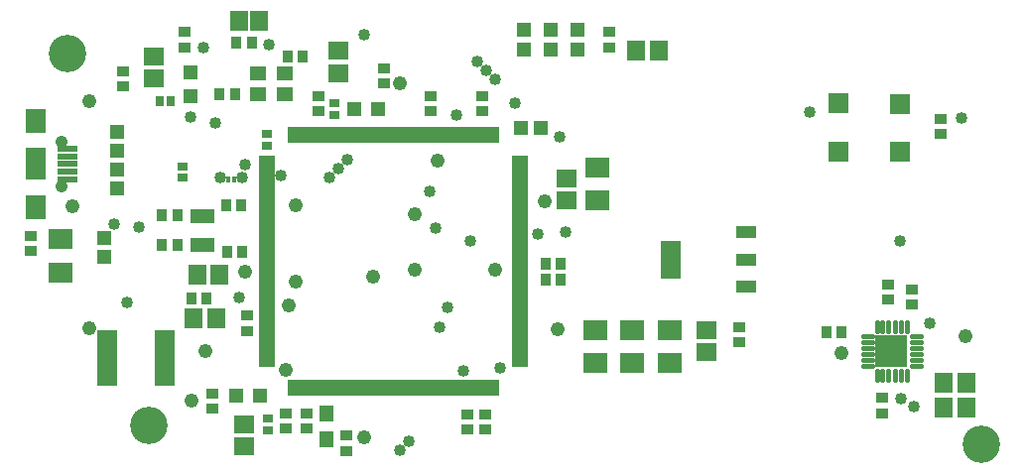
<source format=gbr>
G04 EAGLE Gerber RS-274X export*
G75*
%MOMM*%
%FSLAX34Y34*%
%LPD*%
%INSoldermask Top*%
%IPPOS*%
%AMOC8*
5,1,8,0,0,1.08239X$1,22.5*%
G01*
%ADD10C,3.202941*%
%ADD11R,1.703200X1.503200*%
%ADD12R,1.103200X0.903200*%
%ADD13R,0.903200X1.103200*%
%ADD14R,0.453200X0.553200*%
%ADD15R,1.503200X1.703200*%
%ADD16R,2.003200X1.803200*%
%ADD17R,1.775000X1.715000*%
%ADD18R,1.703200X4.803200*%
%ADD19R,1.653200X0.603200*%
%ADD20C,1.053200*%
%ADD21R,1.700000X2.000000*%
%ADD22R,1.700000X2.700000*%
%ADD23R,1.203200X1.203200*%
%ADD24R,1.203200X1.403200*%
%ADD25R,0.903200X0.803200*%
%ADD26R,0.803200X0.903200*%
%ADD27R,1.303200X1.203200*%
%ADD28R,1.203200X1.303200*%
%ADD29R,1.203200X1.153200*%
%ADD30R,0.503200X1.403200*%
%ADD31R,1.403200X0.503200*%
%ADD32R,1.803400X1.041400*%
%ADD33R,1.803400X3.302000*%
%ADD34C,0.457200*%
%ADD35R,2.819400X2.819400*%
%ADD36R,2.003200X1.203200*%
%ADD37R,1.403200X1.303200*%
%ADD38R,2.006200X1.803200*%
%ADD39C,1.219200*%
%ADD40C,1.016000*%


D10*
X47422Y357378D03*
X827278Y24384D03*
X116815Y40005D03*
D11*
X593090Y121768D03*
X593090Y102768D03*
X473202Y232054D03*
X473202Y251054D03*
D12*
X404114Y49680D03*
X404114Y36680D03*
X171196Y67206D03*
X171196Y54206D03*
D11*
X197866Y41250D03*
X197866Y22250D03*
D12*
X233680Y50696D03*
X233680Y37696D03*
D13*
X196492Y188722D03*
X183492Y188722D03*
D12*
X147574Y363070D03*
X147574Y376070D03*
D11*
X121412Y336448D03*
X121412Y355448D03*
D14*
X189698Y249936D03*
X184698Y249936D03*
D15*
X174092Y131572D03*
X155092Y131572D03*
D16*
X497840Y121442D03*
X497840Y93442D03*
D13*
X468526Y164592D03*
X455526Y164592D03*
D12*
X317246Y345336D03*
X317246Y332336D03*
X261874Y321714D03*
X261874Y308714D03*
D11*
X278892Y360020D03*
X278892Y341020D03*
D12*
X388620Y36680D03*
X388620Y49680D03*
D13*
X153012Y148844D03*
X166012Y148844D03*
X182984Y227838D03*
X195984Y227838D03*
D12*
X401574Y321460D03*
X401574Y308460D03*
D13*
X455526Y178562D03*
X468526Y178562D03*
D12*
X200660Y134008D03*
X200660Y121008D03*
D16*
X529590Y121442D03*
X529590Y93442D03*
D12*
X357632Y308460D03*
X357632Y321460D03*
D13*
X248054Y354838D03*
X235054Y354838D03*
X177396Y322834D03*
X190396Y322834D03*
X128120Y194310D03*
X141120Y194310D03*
X128120Y219456D03*
X141120Y219456D03*
D15*
X551790Y360172D03*
X532790Y360172D03*
D12*
X510032Y363070D03*
X510032Y376070D03*
X792226Y289156D03*
X792226Y302156D03*
X251206Y50696D03*
X251206Y37696D03*
X285750Y31392D03*
X285750Y18392D03*
D16*
X561340Y121442D03*
X561340Y93442D03*
D13*
X708302Y119634D03*
X695302Y119634D03*
D12*
X742950Y63650D03*
X742950Y50650D03*
X748030Y147424D03*
X748030Y160424D03*
X767588Y143614D03*
X767588Y156614D03*
D16*
X499872Y232126D03*
X499872Y260126D03*
D12*
X621030Y124102D03*
X621030Y111102D03*
X94488Y329542D03*
X94488Y342542D03*
D13*
X204620Y367284D03*
X191620Y367284D03*
D15*
X177140Y168656D03*
X158140Y168656D03*
D17*
X705104Y315140D03*
X705104Y274140D03*
D18*
X81164Y98044D03*
X130164Y98044D03*
D19*
X47265Y263398D03*
X47265Y269898D03*
X47265Y276398D03*
X47265Y256898D03*
X47265Y250398D03*
D20*
X42015Y282398D03*
X42015Y244398D03*
D21*
X20015Y300238D03*
X20015Y226558D03*
D22*
X20015Y263398D03*
D23*
X191422Y65786D03*
X211422Y65786D03*
X152654Y341724D03*
X152654Y321724D03*
D24*
X268224Y50624D03*
X268224Y28624D03*
D23*
X312514Y310134D03*
X292514Y310134D03*
D25*
X218440Y46148D03*
X218440Y36148D03*
D15*
X194192Y385318D03*
X211192Y385318D03*
X795172Y55728D03*
X814172Y55728D03*
X795172Y76708D03*
X814172Y76708D03*
D26*
X135810Y317246D03*
X125810Y317246D03*
D25*
X274828Y315642D03*
X274828Y305642D03*
D27*
X436880Y378324D03*
X436880Y361324D03*
X459740Y378324D03*
X459740Y361324D03*
X482600Y377816D03*
X482600Y360816D03*
D28*
X451222Y294386D03*
X434222Y294386D03*
D25*
X217678Y278718D03*
X217678Y288718D03*
X146050Y261540D03*
X146050Y251540D03*
D17*
X757428Y314886D03*
X757428Y273886D03*
D29*
X78740Y184024D03*
X78740Y200024D03*
X89408Y242444D03*
X89408Y258444D03*
X89408Y290702D03*
X89408Y274702D03*
D30*
X413128Y288340D03*
X408128Y288340D03*
X403128Y288340D03*
X398128Y288340D03*
X393128Y288340D03*
X388128Y288340D03*
X383128Y288340D03*
X378128Y288340D03*
X373128Y288340D03*
X368128Y288340D03*
X363128Y288340D03*
X358128Y288340D03*
X353128Y288340D03*
X348128Y288340D03*
X343128Y288340D03*
X338128Y288340D03*
X333128Y288340D03*
X328128Y288340D03*
X323128Y288340D03*
X318128Y288340D03*
X313128Y288340D03*
X308128Y288340D03*
X303128Y288340D03*
X298128Y288340D03*
X293128Y288340D03*
X288128Y288340D03*
X283128Y288340D03*
X278128Y288340D03*
X273128Y288340D03*
X268128Y288340D03*
X263128Y288340D03*
X258128Y288340D03*
X253128Y288340D03*
X248128Y288340D03*
X243128Y288340D03*
X238128Y288340D03*
D31*
X217628Y267840D03*
X217628Y262840D03*
X217628Y257840D03*
X217628Y252840D03*
X217628Y247840D03*
X217628Y242840D03*
X217628Y237840D03*
X217628Y232840D03*
X217628Y227840D03*
X217628Y222840D03*
X217628Y217840D03*
X217628Y212840D03*
X217628Y207840D03*
X217628Y202840D03*
X217628Y197840D03*
X217628Y192840D03*
X217628Y187840D03*
X217628Y182840D03*
X217628Y177840D03*
X217628Y172840D03*
X217628Y167840D03*
X217628Y162840D03*
X217628Y157840D03*
X217628Y152840D03*
X217628Y147840D03*
X217628Y142840D03*
X217628Y137840D03*
X217628Y132840D03*
X217628Y127840D03*
X217628Y122840D03*
X217628Y117840D03*
X217628Y112840D03*
X217628Y107840D03*
X217628Y102840D03*
X217628Y97840D03*
X217628Y92840D03*
D30*
X238128Y72340D03*
X243128Y72340D03*
X248128Y72340D03*
X253128Y72340D03*
X258128Y72340D03*
X263128Y72340D03*
X268128Y72340D03*
X273128Y72340D03*
X278128Y72340D03*
X283128Y72340D03*
X288128Y72340D03*
X293128Y72340D03*
X298128Y72340D03*
X303128Y72340D03*
X308128Y72340D03*
X313128Y72340D03*
X318128Y72340D03*
X323128Y72340D03*
X328128Y72340D03*
X333128Y72340D03*
X338128Y72340D03*
X343128Y72340D03*
X348128Y72340D03*
X353128Y72340D03*
X358128Y72340D03*
X363128Y72340D03*
X368128Y72340D03*
X373128Y72340D03*
X378128Y72340D03*
X383128Y72340D03*
X388128Y72340D03*
X393128Y72340D03*
X398128Y72340D03*
X403128Y72340D03*
X408128Y72340D03*
X413128Y72340D03*
D31*
X433628Y92840D03*
X433628Y97840D03*
X433628Y102840D03*
X433628Y107840D03*
X433628Y112840D03*
X433628Y117840D03*
X433628Y122840D03*
X433628Y127840D03*
X433628Y132840D03*
X433628Y137840D03*
X433628Y142840D03*
X433628Y147840D03*
X433628Y152840D03*
X433628Y157840D03*
X433628Y162840D03*
X433628Y167840D03*
X433628Y172840D03*
X433628Y177840D03*
X433628Y182840D03*
X433628Y187840D03*
X433628Y192840D03*
X433628Y197840D03*
X433628Y202840D03*
X433628Y207840D03*
X433628Y212840D03*
X433628Y217840D03*
X433628Y222840D03*
X433628Y227840D03*
X433628Y232840D03*
X433628Y237840D03*
X433628Y242840D03*
X433628Y247840D03*
X433628Y252840D03*
X433628Y257840D03*
X433628Y262840D03*
X433628Y267840D03*
D32*
X626364Y158750D03*
X626364Y181864D03*
X626364Y204978D03*
D33*
X562356Y181864D03*
D34*
X767676Y90811D02*
X775296Y90811D01*
X775296Y95882D02*
X767676Y95882D01*
X767676Y100903D02*
X775296Y100903D01*
X775296Y106253D02*
X767676Y106253D01*
X767676Y111299D02*
X775296Y111299D01*
X775296Y116345D02*
X767676Y116345D01*
X763491Y120784D02*
X763491Y128404D01*
X758445Y128404D02*
X758445Y120784D01*
X753399Y120784D02*
X753399Y128404D01*
X748049Y128404D02*
X748049Y120784D01*
X743028Y120784D02*
X743028Y128404D01*
X737957Y128404D02*
X737957Y120784D01*
X733772Y116345D02*
X726152Y116345D01*
X726152Y111299D02*
X733772Y111299D01*
X733772Y106253D02*
X726152Y106253D01*
X726152Y100903D02*
X733772Y100903D01*
X733772Y95882D02*
X726152Y95882D01*
X726152Y90811D02*
X733772Y90811D01*
X737957Y86372D02*
X737957Y78752D01*
X743028Y78752D02*
X743028Y86372D01*
X748049Y86372D02*
X748049Y78752D01*
X753399Y78752D02*
X753399Y86372D01*
X758445Y86372D02*
X758445Y78752D01*
X763491Y78752D02*
X763491Y86372D01*
D35*
X750624Y103478D03*
D36*
X162814Y219256D03*
X162814Y194256D03*
D37*
X209738Y323228D03*
X233238Y323228D03*
X233238Y340728D03*
X209738Y340728D03*
D38*
X41910Y199386D03*
X41910Y170946D03*
D12*
X16256Y201826D03*
X16256Y188826D03*
D39*
X51308Y227076D03*
D40*
X177800Y251714D03*
X783082Y127000D03*
X757936Y197612D03*
D39*
X454660Y231394D03*
X412242Y172974D03*
X242062Y162560D03*
X235966Y142748D03*
X343662Y172720D03*
X308356Y167386D03*
X363474Y266192D03*
D40*
X364744Y124206D03*
X467614Y286766D03*
D39*
X233934Y87992D03*
X153162Y61722D03*
X300629Y30119D03*
D40*
X98298Y145034D03*
X108458Y209804D03*
X163576Y362712D03*
D39*
X343662Y220472D03*
X708152Y101600D03*
X813816Y116078D03*
X165354Y103886D03*
X465582Y122428D03*
D40*
X416306Y88900D03*
X385064Y86976D03*
X372051Y140657D03*
X379730Y305054D03*
X193548Y149352D03*
D39*
X198882Y171450D03*
X242127Y227773D03*
X331470Y331978D03*
D40*
X286258Y266954D03*
X397256Y351282D03*
X278535Y259231D03*
X404979Y343559D03*
X270812Y251508D03*
X412702Y335836D03*
X356616Y240030D03*
X361696Y209042D03*
X391160Y197612D03*
X810006Y302260D03*
X196596Y251968D03*
X152654Y303784D03*
D39*
X65786Y316992D03*
X66294Y123190D03*
D40*
X198882Y262636D03*
X173736Y298450D03*
X87122Y212344D03*
X300228Y373634D03*
X429260Y315214D03*
X472440Y205486D03*
X229362Y253492D03*
X219710Y365506D03*
X331165Y18999D03*
X769723Y56539D03*
X338888Y26722D03*
X758444Y63246D03*
X448564Y203454D03*
X680720Y308102D03*
M02*

</source>
